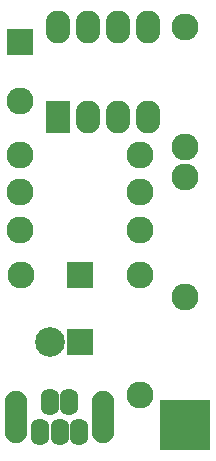
<source format=gts>
G04 #@! TF.FileFunction,Soldermask,Top*
%FSLAX46Y46*%
G04 Gerber Fmt 4.6, Leading zero omitted, Abs format (unit mm)*
G04 Created by KiCad (PCBNEW 4.0.0-rc1-stable) date mar 10 nov 2015 21:40:48 CET*
%MOMM*%
G01*
G04 APERTURE LIST*
%ADD10C,0.100000*%
%ADD11R,2.286000X2.286000*%
%ADD12C,2.286000*%
%ADD13R,2.207260X2.207260*%
%ADD14C,2.506980*%
%ADD15R,2.082800X2.794000*%
%ADD16O,2.082800X2.794000*%
%ADD17O,1.600200X2.286000*%
%ADD18O,1.905000X4.419600*%
%ADD19R,4.318000X4.318000*%
G04 APERTURE END LIST*
D10*
D11*
X133985000Y-85090000D03*
D12*
X133985000Y-90090000D03*
D11*
X139065000Y-104775000D03*
D12*
X134065000Y-104775000D03*
D13*
X139066340Y-110490000D03*
D14*
X136526340Y-110490000D03*
D15*
X137160000Y-91440000D03*
D16*
X139700000Y-91440000D03*
X142240000Y-91440000D03*
X144780000Y-91440000D03*
X144780000Y-83820000D03*
X142240000Y-83820000D03*
X139700000Y-83820000D03*
X137160000Y-83820000D03*
D12*
X147955000Y-83820000D03*
X147955000Y-93980000D03*
X144145000Y-100965000D03*
X133985000Y-100965000D03*
X133985000Y-94615000D03*
X144145000Y-94615000D03*
X133985000Y-97790000D03*
X144145000Y-97790000D03*
X144145000Y-114935000D03*
X144145000Y-104775000D03*
X147955000Y-96520000D03*
X147955000Y-106680000D03*
D17*
X135686800Y-118135400D03*
X136499600Y-115544600D03*
X137312400Y-118110000D03*
X138125200Y-115544600D03*
X138938000Y-118135400D03*
D18*
X140970000Y-116840000D03*
X133654800Y-116840000D03*
D19*
X147955000Y-117475000D03*
M02*

</source>
